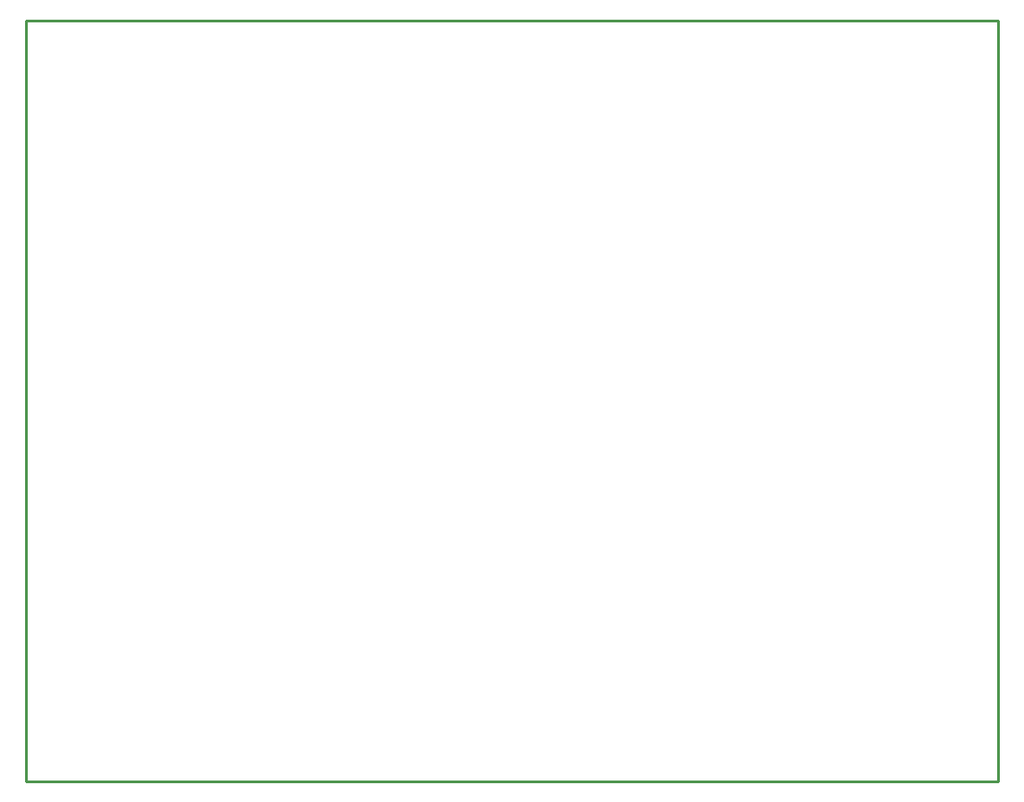
<source format=gko>
G04 Layer: BoardOutline*
G04 EasyEDA v6.4.19.5, 2021-06-12T21:58:25+03:00*
G04 1ff6661c721349f79f7509290fd69735,53ba2d9ccfca4158b71df57a2e042f82,10*
G04 Gerber Generator version 0.2*
G04 Scale: 100 percent, Rotated: No, Reflected: No *
G04 Dimensions in millimeters *
G04 leading zeros omitted , absolute positions ,4 integer and 5 decimal *
%FSLAX45Y45*%
%MOMM*%

%ADD10C,0.2540*%
D10*
X0Y0D02*
G01*
X9199999Y0D01*
X9199999Y-7200000D01*
X0Y-7200000D01*
X0Y0D01*

%LPD*%
M02*

</source>
